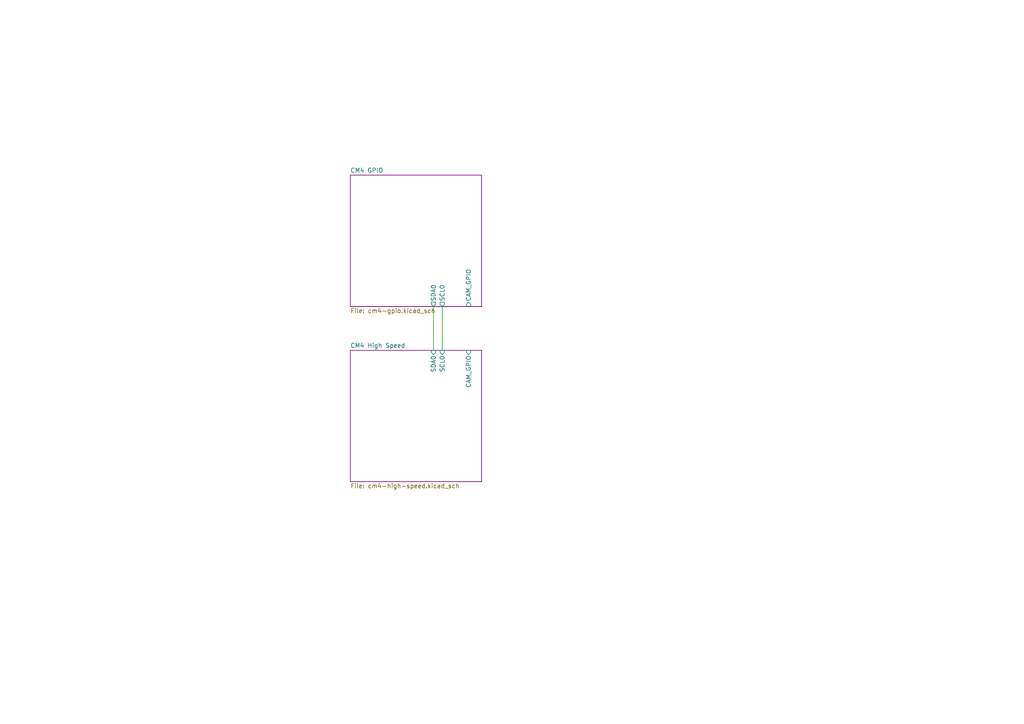
<source format=kicad_sch>
(kicad_sch
	(version 20231120)
	(generator "eeschema")
	(generator_version "8.0")
	(uuid "924c40b2-b3c3-4128-82e8-60e070af015f")
	(paper "A4")
	(title_block
		(title "Raspberry Pi Compute Module 4 AeroGuard")
		(date "2025-02-10")
		(rev "v01")
		(comment 4 "Author: Narain Vazquez")
	)
	(lib_symbols)
	(wire
		(pts
			(xy 128.27 88.9) (xy 128.27 101.6)
		)
		(stroke
			(width 0)
			(type default)
		)
		(uuid "b150f4f1-96ac-4603-bfce-7f034a0a9610")
	)
	(wire
		(pts
			(xy 125.73 88.9) (xy 125.73 101.6)
		)
		(stroke
			(width 0)
			(type default)
		)
		(uuid "da7533f4-3c01-4f11-9eb4-2cb417205e2e")
	)
	(sheet
		(at 101.6 101.6)
		(size 38.1 38.1)
		(stroke
			(width 0)
			(type solid)
			(color 132 0 132 1)
		)
		(fill
			(color 255 255 255 0.0000)
		)
		(uuid "caa71f4c-454d-4ac9-b287-456eafb34991")
		(property "Sheetname" "CM4 High Speed"
			(at 101.6 100.9645 0)
			(effects
				(font
					(size 1.27 1.27)
				)
				(justify left bottom)
			)
		)
		(property "Sheetfile" "cm4-high-speed.kicad_sch"
			(at 101.6 140.2085 0)
			(effects
				(font
					(size 1.27 1.27)
				)
				(justify left top)
			)
		)
		(pin "CAM_GPIO" input
			(at 135.89 101.6 90)
			(effects
				(font
					(size 1.27 1.27)
				)
				(justify right)
			)
			(uuid "022e9645-39d6-40b9-b05d-c8677b32e799")
		)
		(pin "SDA0" input
			(at 125.73 101.6 90)
			(effects
				(font
					(size 1.27 1.27)
				)
				(justify right)
			)
			(uuid "ad94107a-dc9d-4433-bf82-cf0930c03992")
		)
		(pin "SCL0" input
			(at 128.27 101.6 90)
			(effects
				(font
					(size 1.27 1.27)
				)
				(justify right)
			)
			(uuid "4995861a-3351-483c-9357-43457976b051")
		)
		(instances
			(project "rpi-cm4-carrier-template"
				(path "/924c40b2-b3c3-4128-82e8-60e070af015f"
					(page "3")
				)
			)
		)
	)
	(sheet
		(at 101.6 50.8)
		(size 38.1 38.1)
		(stroke
			(width 0)
			(type solid)
			(color 132 0 132 1)
		)
		(fill
			(color 255 255 255 0.0000)
		)
		(uuid "fc4c71a5-1008-4ac4-98db-57c838c57d91")
		(property "Sheetname" "CM4 GPIO"
			(at 101.6 50.1645 0)
			(effects
				(font
					(size 1.27 1.27)
				)
				(justify left bottom)
			)
		)
		(property "Sheetfile" "cm4-gpio.kicad_sch"
			(at 101.6 89.4085 0)
			(effects
				(font
					(size 1.27 1.27)
				)
				(justify left top)
			)
		)
		(pin "CAM_GPIO" input
			(at 135.89 88.9 270)
			(effects
				(font
					(size 1.27 1.27)
				)
				(justify left)
			)
			(uuid "bb25b934-5069-49a8-8d43-3b8b778562ff")
		)
		(pin "SCL0" output
			(at 128.27 88.9 270)
			(effects
				(font
					(size 1.27 1.27)
				)
				(justify left)
			)
			(uuid "b743b246-ad76-4424-80c0-2f128f983eb1")
		)
		(pin "SDA0" output
			(at 125.73 88.9 270)
			(effects
				(font
					(size 1.27 1.27)
				)
				(justify left)
			)
			(uuid "b0d4a344-2b37-41c7-9e38-0642888c3a54")
		)
		(instances
			(project "rpi-cm4-carrier-template"
				(path "/924c40b2-b3c3-4128-82e8-60e070af015f"
					(page "3")
				)
			)
		)
	)
	(sheet_instances
		(path "/"
			(page "1")
		)
	)
)

</source>
